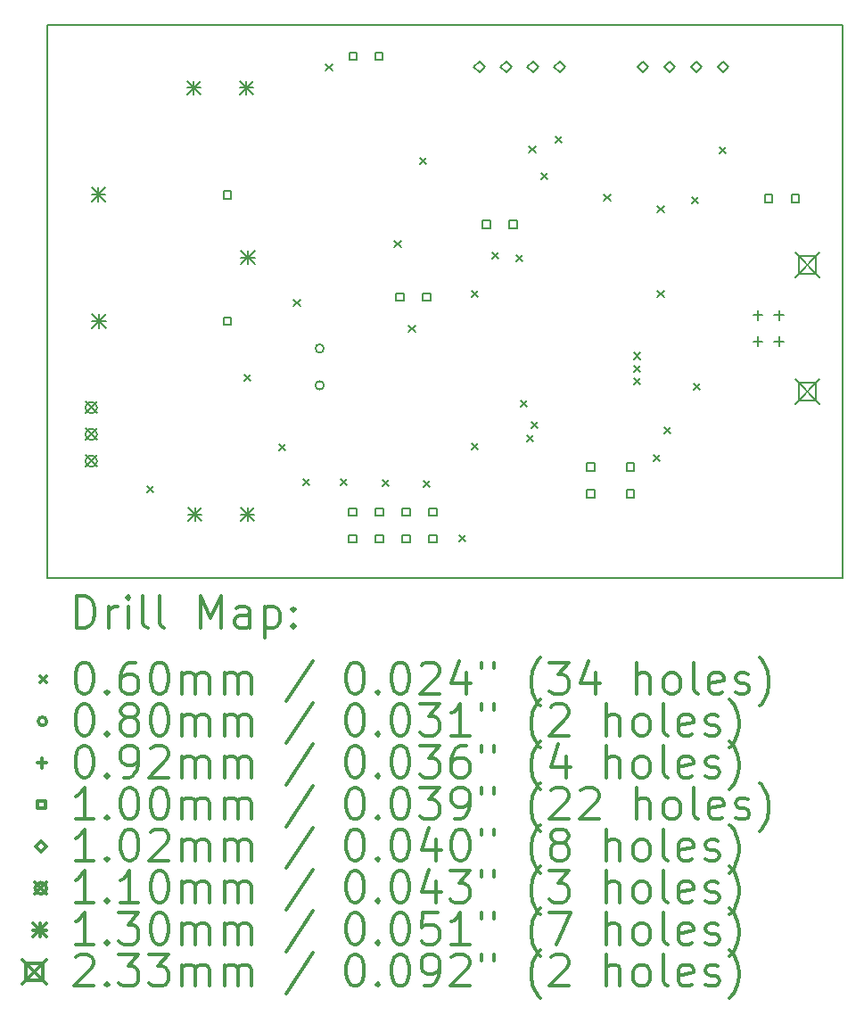
<source format=gbr>
%FSLAX45Y45*%
G04 Gerber Fmt 4.5, Leading zero omitted, Abs format (unit mm)*
G04 Created by KiCad (PCBNEW 5.1.6) date 2020-10-24 20:22:54*
%MOMM*%
%LPD*%
G01*
G04 APERTURE LIST*
%TA.AperFunction,Profile*%
%ADD10C,0.150000*%
%TD*%
%ADD11C,0.200000*%
%ADD12C,0.300000*%
G04 APERTURE END LIST*
D10*
X3800000Y-10450000D02*
X3800000Y-5200000D01*
X11350000Y-10450000D02*
X3800000Y-10450000D01*
X11350000Y-5200000D02*
X11350000Y-10450000D01*
X3800000Y-5200000D02*
X11350000Y-5200000D01*
D11*
X4747900Y-9583250D02*
X4807900Y-9643250D01*
X4807900Y-9583250D02*
X4747900Y-9643250D01*
X5668650Y-8522800D02*
X5728650Y-8582800D01*
X5728650Y-8522800D02*
X5668650Y-8582800D01*
X5998850Y-9183200D02*
X6058850Y-9243200D01*
X6058850Y-9183200D02*
X5998850Y-9243200D01*
X6138550Y-7811600D02*
X6198550Y-7871600D01*
X6198550Y-7811600D02*
X6138550Y-7871600D01*
X6227450Y-9513400D02*
X6287450Y-9573400D01*
X6287450Y-9513400D02*
X6227450Y-9573400D01*
X6443350Y-5576400D02*
X6503350Y-5636400D01*
X6503350Y-5576400D02*
X6443350Y-5636400D01*
X6583050Y-9513400D02*
X6643050Y-9573400D01*
X6643050Y-9513400D02*
X6583050Y-9573400D01*
X6983100Y-9519750D02*
X7043100Y-9579750D01*
X7043100Y-9519750D02*
X6983100Y-9579750D01*
X7094912Y-7250312D02*
X7154912Y-7310312D01*
X7154912Y-7250312D02*
X7094912Y-7310312D01*
X7230750Y-8052900D02*
X7290750Y-8112900D01*
X7290750Y-8052900D02*
X7230750Y-8112900D01*
X7338700Y-6465400D02*
X7398700Y-6525400D01*
X7398700Y-6465400D02*
X7338700Y-6525400D01*
X7370450Y-9526100D02*
X7430450Y-9586100D01*
X7430450Y-9526100D02*
X7370450Y-9586100D01*
X7707000Y-10046800D02*
X7767000Y-10106800D01*
X7767000Y-10046800D02*
X7707000Y-10106800D01*
X7827650Y-7722700D02*
X7887650Y-7782700D01*
X7887650Y-7722700D02*
X7827650Y-7782700D01*
X7827650Y-9176850D02*
X7887650Y-9236850D01*
X7887650Y-9176850D02*
X7827650Y-9236850D01*
X8024500Y-7360750D02*
X8084500Y-7420750D01*
X8084500Y-7360750D02*
X8024500Y-7420750D01*
X8253100Y-7386150D02*
X8313100Y-7446150D01*
X8313100Y-7386150D02*
X8253100Y-7446150D01*
X8291200Y-8770450D02*
X8351200Y-8830450D01*
X8351200Y-8770450D02*
X8291200Y-8830450D01*
X8354700Y-9100650D02*
X8414700Y-9160650D01*
X8414700Y-9100650D02*
X8354700Y-9160650D01*
X8373750Y-6357450D02*
X8433750Y-6417450D01*
X8433750Y-6357450D02*
X8373750Y-6417450D01*
X8392800Y-8973650D02*
X8452800Y-9033650D01*
X8452800Y-8973650D02*
X8392800Y-9033650D01*
X8488050Y-6605100D02*
X8548050Y-6665100D01*
X8548050Y-6605100D02*
X8488050Y-6665100D01*
X8621400Y-6262200D02*
X8681400Y-6322200D01*
X8681400Y-6262200D02*
X8621400Y-6322200D01*
X9084950Y-6814650D02*
X9144950Y-6874650D01*
X9144950Y-6814650D02*
X9084950Y-6874650D01*
X9370700Y-8314549D02*
X9430700Y-8374549D01*
X9430700Y-8314549D02*
X9370700Y-8374549D01*
X9370700Y-8434550D02*
X9430700Y-8494550D01*
X9430700Y-8434550D02*
X9370700Y-8494550D01*
X9370700Y-8554550D02*
X9430700Y-8614550D01*
X9430700Y-8554550D02*
X9370700Y-8614550D01*
X9554850Y-9284800D02*
X9614850Y-9344800D01*
X9614850Y-9284800D02*
X9554850Y-9344800D01*
X9592950Y-6922600D02*
X9652950Y-6982600D01*
X9652950Y-6922600D02*
X9592950Y-6982600D01*
X9592950Y-7722700D02*
X9652950Y-7782700D01*
X9652950Y-7722700D02*
X9592950Y-7782700D01*
X9656450Y-9018100D02*
X9716450Y-9078100D01*
X9716450Y-9018100D02*
X9656450Y-9078100D01*
X9916800Y-6840050D02*
X9976800Y-6900050D01*
X9976800Y-6840050D02*
X9916800Y-6900050D01*
X9935850Y-8605350D02*
X9995850Y-8665350D01*
X9995850Y-8605350D02*
X9935850Y-8665350D01*
X10183500Y-6363800D02*
X10243500Y-6423800D01*
X10243500Y-6363800D02*
X10183500Y-6423800D01*
X6424450Y-8273400D02*
G75*
G03*
X6424450Y-8273400I-40000J0D01*
G01*
X6424450Y-8623400D02*
G75*
G03*
X6424450Y-8623400I-40000J0D01*
G01*
X10546300Y-7910300D02*
X10546300Y-8002300D01*
X10500300Y-7956300D02*
X10592300Y-7956300D01*
X10546300Y-8160300D02*
X10546300Y-8252300D01*
X10500300Y-8206300D02*
X10592300Y-8206300D01*
X10746300Y-7910300D02*
X10746300Y-8002300D01*
X10700300Y-7956300D02*
X10792300Y-7956300D01*
X10746300Y-8160300D02*
X10746300Y-8252300D01*
X10700300Y-8206300D02*
X10792300Y-8206300D01*
X5542876Y-6851128D02*
X5542876Y-6780416D01*
X5472164Y-6780416D01*
X5472164Y-6851128D01*
X5542876Y-6851128D01*
X5542876Y-8051128D02*
X5542876Y-7980416D01*
X5472164Y-7980416D01*
X5472164Y-8051128D01*
X5542876Y-8051128D01*
X10685356Y-6885356D02*
X10685356Y-6814644D01*
X10614644Y-6814644D01*
X10614644Y-6885356D01*
X10685356Y-6885356D01*
X10935356Y-6885356D02*
X10935356Y-6814644D01*
X10864644Y-6814644D01*
X10864644Y-6885356D01*
X10935356Y-6885356D01*
X8994156Y-9435456D02*
X8994156Y-9364744D01*
X8923444Y-9364744D01*
X8923444Y-9435456D01*
X8994156Y-9435456D01*
X8994156Y-9689456D02*
X8994156Y-9618744D01*
X8923444Y-9618744D01*
X8923444Y-9689456D01*
X8994156Y-9689456D01*
X7181356Y-7822556D02*
X7181356Y-7751844D01*
X7110644Y-7751844D01*
X7110644Y-7822556D01*
X7181356Y-7822556D01*
X7435356Y-7822556D02*
X7435356Y-7751844D01*
X7364644Y-7751844D01*
X7364644Y-7822556D01*
X7435356Y-7822556D01*
X6733556Y-9860906D02*
X6733556Y-9790194D01*
X6662844Y-9790194D01*
X6662844Y-9860906D01*
X6733556Y-9860906D01*
X6733556Y-10114906D02*
X6733556Y-10044194D01*
X6662844Y-10044194D01*
X6662844Y-10114906D01*
X6733556Y-10114906D01*
X6987556Y-9860906D02*
X6987556Y-9790194D01*
X6916844Y-9790194D01*
X6916844Y-9860906D01*
X6987556Y-9860906D01*
X6987556Y-10114906D02*
X6987556Y-10044194D01*
X6916844Y-10044194D01*
X6916844Y-10114906D01*
X6987556Y-10114906D01*
X7241556Y-9860906D02*
X7241556Y-9790194D01*
X7170844Y-9790194D01*
X7170844Y-9860906D01*
X7241556Y-9860906D01*
X7241556Y-10114906D02*
X7241556Y-10044194D01*
X7170844Y-10044194D01*
X7170844Y-10114906D01*
X7241556Y-10114906D01*
X7495556Y-9860906D02*
X7495556Y-9790194D01*
X7424844Y-9790194D01*
X7424844Y-9860906D01*
X7495556Y-9860906D01*
X7495556Y-10114906D02*
X7495556Y-10044194D01*
X7424844Y-10044194D01*
X7424844Y-10114906D01*
X7495556Y-10114906D01*
X8003556Y-7130406D02*
X8003556Y-7059694D01*
X7932844Y-7059694D01*
X7932844Y-7130406D01*
X8003556Y-7130406D01*
X8257556Y-7130406D02*
X8257556Y-7059694D01*
X8186844Y-7059694D01*
X8186844Y-7130406D01*
X8257556Y-7130406D01*
X6735356Y-5535356D02*
X6735356Y-5464644D01*
X6664644Y-5464644D01*
X6664644Y-5535356D01*
X6735356Y-5535356D01*
X6985356Y-5535356D02*
X6985356Y-5464644D01*
X6914644Y-5464644D01*
X6914644Y-5535356D01*
X6985356Y-5535356D01*
X9368806Y-9435456D02*
X9368806Y-9364744D01*
X9298094Y-9364744D01*
X9298094Y-9435456D01*
X9368806Y-9435456D01*
X9368806Y-9689456D02*
X9368806Y-9618744D01*
X9298094Y-9618744D01*
X9298094Y-9689456D01*
X9368806Y-9689456D01*
X7900000Y-5651000D02*
X7951000Y-5600000D01*
X7900000Y-5549000D01*
X7849000Y-5600000D01*
X7900000Y-5651000D01*
X8154000Y-5651000D02*
X8205000Y-5600000D01*
X8154000Y-5549000D01*
X8103000Y-5600000D01*
X8154000Y-5651000D01*
X8408000Y-5651000D02*
X8459000Y-5600000D01*
X8408000Y-5549000D01*
X8357000Y-5600000D01*
X8408000Y-5651000D01*
X8662000Y-5651000D02*
X8713000Y-5600000D01*
X8662000Y-5549000D01*
X8611000Y-5600000D01*
X8662000Y-5651000D01*
X9450000Y-5651000D02*
X9501000Y-5600000D01*
X9450000Y-5549000D01*
X9399000Y-5600000D01*
X9450000Y-5651000D01*
X9704000Y-5651000D02*
X9755000Y-5600000D01*
X9704000Y-5549000D01*
X9653000Y-5600000D01*
X9704000Y-5651000D01*
X9958000Y-5651000D02*
X10009000Y-5600000D01*
X9958000Y-5549000D01*
X9907000Y-5600000D01*
X9958000Y-5651000D01*
X10212000Y-5651000D02*
X10263000Y-5600000D01*
X10212000Y-5549000D01*
X10161000Y-5600000D01*
X10212000Y-5651000D01*
X4160350Y-8779950D02*
X4270350Y-8889950D01*
X4270350Y-8779950D02*
X4160350Y-8889950D01*
X4270350Y-8834950D02*
G75*
G03*
X4270350Y-8834950I-55000J0D01*
G01*
X4160350Y-9033950D02*
X4270350Y-9143950D01*
X4270350Y-9033950D02*
X4160350Y-9143950D01*
X4270350Y-9088950D02*
G75*
G03*
X4270350Y-9088950I-55000J0D01*
G01*
X4160350Y-9287950D02*
X4270350Y-9397950D01*
X4270350Y-9287950D02*
X4160350Y-9397950D01*
X4270350Y-9342950D02*
G75*
G03*
X4270350Y-9342950I-55000J0D01*
G01*
X5123550Y-5735000D02*
X5253550Y-5865000D01*
X5253550Y-5735000D02*
X5123550Y-5865000D01*
X5188550Y-5735000D02*
X5188550Y-5865000D01*
X5123550Y-5800000D02*
X5253550Y-5800000D01*
X5623550Y-5735000D02*
X5753550Y-5865000D01*
X5753550Y-5735000D02*
X5623550Y-5865000D01*
X5688550Y-5735000D02*
X5688550Y-5865000D01*
X5623550Y-5800000D02*
X5753550Y-5800000D01*
X5135000Y-9785000D02*
X5265000Y-9915000D01*
X5265000Y-9785000D02*
X5135000Y-9915000D01*
X5200000Y-9785000D02*
X5200000Y-9915000D01*
X5135000Y-9850000D02*
X5265000Y-9850000D01*
X5635000Y-9785000D02*
X5765000Y-9915000D01*
X5765000Y-9785000D02*
X5635000Y-9915000D01*
X5700000Y-9785000D02*
X5700000Y-9915000D01*
X5635000Y-9850000D02*
X5765000Y-9850000D01*
X4217520Y-6745772D02*
X4347520Y-6875772D01*
X4347520Y-6745772D02*
X4217520Y-6875772D01*
X4282520Y-6745772D02*
X4282520Y-6875772D01*
X4217520Y-6810772D02*
X4347520Y-6810772D01*
X4222520Y-7950772D02*
X4352520Y-8080772D01*
X4352520Y-7950772D02*
X4222520Y-8080772D01*
X4287520Y-7950772D02*
X4287520Y-8080772D01*
X4222520Y-8015772D02*
X4352520Y-8015772D01*
X5637520Y-7345772D02*
X5767520Y-7475772D01*
X5767520Y-7345772D02*
X5637520Y-7475772D01*
X5702520Y-7345772D02*
X5702520Y-7475772D01*
X5637520Y-7410772D02*
X5767520Y-7410772D01*
X10900800Y-7362800D02*
X11133800Y-7595800D01*
X11133800Y-7362800D02*
X10900800Y-7595800D01*
X11099679Y-7561679D02*
X11099679Y-7396921D01*
X10934921Y-7396921D01*
X10934921Y-7561679D01*
X11099679Y-7561679D01*
X10900800Y-8566800D02*
X11133800Y-8799800D01*
X11133800Y-8566800D02*
X10900800Y-8799800D01*
X11099679Y-8765679D02*
X11099679Y-8600921D01*
X10934921Y-8600921D01*
X10934921Y-8765679D01*
X11099679Y-8765679D01*
D12*
X4078928Y-10923214D02*
X4078928Y-10623214D01*
X4150357Y-10623214D01*
X4193214Y-10637500D01*
X4221786Y-10666072D01*
X4236071Y-10694643D01*
X4250357Y-10751786D01*
X4250357Y-10794643D01*
X4236071Y-10851786D01*
X4221786Y-10880357D01*
X4193214Y-10908929D01*
X4150357Y-10923214D01*
X4078928Y-10923214D01*
X4378928Y-10923214D02*
X4378928Y-10723214D01*
X4378928Y-10780357D02*
X4393214Y-10751786D01*
X4407500Y-10737500D01*
X4436071Y-10723214D01*
X4464643Y-10723214D01*
X4564643Y-10923214D02*
X4564643Y-10723214D01*
X4564643Y-10623214D02*
X4550357Y-10637500D01*
X4564643Y-10651786D01*
X4578928Y-10637500D01*
X4564643Y-10623214D01*
X4564643Y-10651786D01*
X4750357Y-10923214D02*
X4721786Y-10908929D01*
X4707500Y-10880357D01*
X4707500Y-10623214D01*
X4907500Y-10923214D02*
X4878928Y-10908929D01*
X4864643Y-10880357D01*
X4864643Y-10623214D01*
X5250357Y-10923214D02*
X5250357Y-10623214D01*
X5350357Y-10837500D01*
X5450357Y-10623214D01*
X5450357Y-10923214D01*
X5721786Y-10923214D02*
X5721786Y-10766072D01*
X5707500Y-10737500D01*
X5678928Y-10723214D01*
X5621786Y-10723214D01*
X5593214Y-10737500D01*
X5721786Y-10908929D02*
X5693214Y-10923214D01*
X5621786Y-10923214D01*
X5593214Y-10908929D01*
X5578928Y-10880357D01*
X5578928Y-10851786D01*
X5593214Y-10823214D01*
X5621786Y-10808929D01*
X5693214Y-10808929D01*
X5721786Y-10794643D01*
X5864643Y-10723214D02*
X5864643Y-11023214D01*
X5864643Y-10737500D02*
X5893214Y-10723214D01*
X5950357Y-10723214D01*
X5978928Y-10737500D01*
X5993214Y-10751786D01*
X6007500Y-10780357D01*
X6007500Y-10866072D01*
X5993214Y-10894643D01*
X5978928Y-10908929D01*
X5950357Y-10923214D01*
X5893214Y-10923214D01*
X5864643Y-10908929D01*
X6136071Y-10894643D02*
X6150357Y-10908929D01*
X6136071Y-10923214D01*
X6121786Y-10908929D01*
X6136071Y-10894643D01*
X6136071Y-10923214D01*
X6136071Y-10737500D02*
X6150357Y-10751786D01*
X6136071Y-10766072D01*
X6121786Y-10751786D01*
X6136071Y-10737500D01*
X6136071Y-10766072D01*
X3732500Y-11387500D02*
X3792500Y-11447500D01*
X3792500Y-11387500D02*
X3732500Y-11447500D01*
X4136071Y-11253214D02*
X4164643Y-11253214D01*
X4193214Y-11267500D01*
X4207500Y-11281786D01*
X4221786Y-11310357D01*
X4236071Y-11367500D01*
X4236071Y-11438929D01*
X4221786Y-11496071D01*
X4207500Y-11524643D01*
X4193214Y-11538929D01*
X4164643Y-11553214D01*
X4136071Y-11553214D01*
X4107500Y-11538929D01*
X4093214Y-11524643D01*
X4078928Y-11496071D01*
X4064643Y-11438929D01*
X4064643Y-11367500D01*
X4078928Y-11310357D01*
X4093214Y-11281786D01*
X4107500Y-11267500D01*
X4136071Y-11253214D01*
X4364643Y-11524643D02*
X4378928Y-11538929D01*
X4364643Y-11553214D01*
X4350357Y-11538929D01*
X4364643Y-11524643D01*
X4364643Y-11553214D01*
X4636071Y-11253214D02*
X4578928Y-11253214D01*
X4550357Y-11267500D01*
X4536071Y-11281786D01*
X4507500Y-11324643D01*
X4493214Y-11381786D01*
X4493214Y-11496071D01*
X4507500Y-11524643D01*
X4521786Y-11538929D01*
X4550357Y-11553214D01*
X4607500Y-11553214D01*
X4636071Y-11538929D01*
X4650357Y-11524643D01*
X4664643Y-11496071D01*
X4664643Y-11424643D01*
X4650357Y-11396071D01*
X4636071Y-11381786D01*
X4607500Y-11367500D01*
X4550357Y-11367500D01*
X4521786Y-11381786D01*
X4507500Y-11396071D01*
X4493214Y-11424643D01*
X4850357Y-11253214D02*
X4878928Y-11253214D01*
X4907500Y-11267500D01*
X4921786Y-11281786D01*
X4936071Y-11310357D01*
X4950357Y-11367500D01*
X4950357Y-11438929D01*
X4936071Y-11496071D01*
X4921786Y-11524643D01*
X4907500Y-11538929D01*
X4878928Y-11553214D01*
X4850357Y-11553214D01*
X4821786Y-11538929D01*
X4807500Y-11524643D01*
X4793214Y-11496071D01*
X4778928Y-11438929D01*
X4778928Y-11367500D01*
X4793214Y-11310357D01*
X4807500Y-11281786D01*
X4821786Y-11267500D01*
X4850357Y-11253214D01*
X5078928Y-11553214D02*
X5078928Y-11353214D01*
X5078928Y-11381786D02*
X5093214Y-11367500D01*
X5121786Y-11353214D01*
X5164643Y-11353214D01*
X5193214Y-11367500D01*
X5207500Y-11396071D01*
X5207500Y-11553214D01*
X5207500Y-11396071D02*
X5221786Y-11367500D01*
X5250357Y-11353214D01*
X5293214Y-11353214D01*
X5321786Y-11367500D01*
X5336071Y-11396071D01*
X5336071Y-11553214D01*
X5478928Y-11553214D02*
X5478928Y-11353214D01*
X5478928Y-11381786D02*
X5493214Y-11367500D01*
X5521786Y-11353214D01*
X5564643Y-11353214D01*
X5593214Y-11367500D01*
X5607500Y-11396071D01*
X5607500Y-11553214D01*
X5607500Y-11396071D02*
X5621786Y-11367500D01*
X5650357Y-11353214D01*
X5693214Y-11353214D01*
X5721786Y-11367500D01*
X5736071Y-11396071D01*
X5736071Y-11553214D01*
X6321786Y-11238929D02*
X6064643Y-11624643D01*
X6707500Y-11253214D02*
X6736071Y-11253214D01*
X6764643Y-11267500D01*
X6778928Y-11281786D01*
X6793214Y-11310357D01*
X6807500Y-11367500D01*
X6807500Y-11438929D01*
X6793214Y-11496071D01*
X6778928Y-11524643D01*
X6764643Y-11538929D01*
X6736071Y-11553214D01*
X6707500Y-11553214D01*
X6678928Y-11538929D01*
X6664643Y-11524643D01*
X6650357Y-11496071D01*
X6636071Y-11438929D01*
X6636071Y-11367500D01*
X6650357Y-11310357D01*
X6664643Y-11281786D01*
X6678928Y-11267500D01*
X6707500Y-11253214D01*
X6936071Y-11524643D02*
X6950357Y-11538929D01*
X6936071Y-11553214D01*
X6921786Y-11538929D01*
X6936071Y-11524643D01*
X6936071Y-11553214D01*
X7136071Y-11253214D02*
X7164643Y-11253214D01*
X7193214Y-11267500D01*
X7207500Y-11281786D01*
X7221786Y-11310357D01*
X7236071Y-11367500D01*
X7236071Y-11438929D01*
X7221786Y-11496071D01*
X7207500Y-11524643D01*
X7193214Y-11538929D01*
X7164643Y-11553214D01*
X7136071Y-11553214D01*
X7107500Y-11538929D01*
X7093214Y-11524643D01*
X7078928Y-11496071D01*
X7064643Y-11438929D01*
X7064643Y-11367500D01*
X7078928Y-11310357D01*
X7093214Y-11281786D01*
X7107500Y-11267500D01*
X7136071Y-11253214D01*
X7350357Y-11281786D02*
X7364643Y-11267500D01*
X7393214Y-11253214D01*
X7464643Y-11253214D01*
X7493214Y-11267500D01*
X7507500Y-11281786D01*
X7521786Y-11310357D01*
X7521786Y-11338929D01*
X7507500Y-11381786D01*
X7336071Y-11553214D01*
X7521786Y-11553214D01*
X7778928Y-11353214D02*
X7778928Y-11553214D01*
X7707500Y-11238929D02*
X7636071Y-11453214D01*
X7821786Y-11453214D01*
X7921786Y-11253214D02*
X7921786Y-11310357D01*
X8036071Y-11253214D02*
X8036071Y-11310357D01*
X8478928Y-11667500D02*
X8464643Y-11653214D01*
X8436071Y-11610357D01*
X8421786Y-11581786D01*
X8407500Y-11538929D01*
X8393214Y-11467500D01*
X8393214Y-11410357D01*
X8407500Y-11338929D01*
X8421786Y-11296071D01*
X8436071Y-11267500D01*
X8464643Y-11224643D01*
X8478928Y-11210357D01*
X8564643Y-11253214D02*
X8750357Y-11253214D01*
X8650357Y-11367500D01*
X8693214Y-11367500D01*
X8721786Y-11381786D01*
X8736071Y-11396071D01*
X8750357Y-11424643D01*
X8750357Y-11496071D01*
X8736071Y-11524643D01*
X8721786Y-11538929D01*
X8693214Y-11553214D01*
X8607500Y-11553214D01*
X8578928Y-11538929D01*
X8564643Y-11524643D01*
X9007500Y-11353214D02*
X9007500Y-11553214D01*
X8936071Y-11238929D02*
X8864643Y-11453214D01*
X9050357Y-11453214D01*
X9393214Y-11553214D02*
X9393214Y-11253214D01*
X9521786Y-11553214D02*
X9521786Y-11396071D01*
X9507500Y-11367500D01*
X9478928Y-11353214D01*
X9436071Y-11353214D01*
X9407500Y-11367500D01*
X9393214Y-11381786D01*
X9707500Y-11553214D02*
X9678928Y-11538929D01*
X9664643Y-11524643D01*
X9650357Y-11496071D01*
X9650357Y-11410357D01*
X9664643Y-11381786D01*
X9678928Y-11367500D01*
X9707500Y-11353214D01*
X9750357Y-11353214D01*
X9778928Y-11367500D01*
X9793214Y-11381786D01*
X9807500Y-11410357D01*
X9807500Y-11496071D01*
X9793214Y-11524643D01*
X9778928Y-11538929D01*
X9750357Y-11553214D01*
X9707500Y-11553214D01*
X9978928Y-11553214D02*
X9950357Y-11538929D01*
X9936071Y-11510357D01*
X9936071Y-11253214D01*
X10207500Y-11538929D02*
X10178928Y-11553214D01*
X10121786Y-11553214D01*
X10093214Y-11538929D01*
X10078928Y-11510357D01*
X10078928Y-11396071D01*
X10093214Y-11367500D01*
X10121786Y-11353214D01*
X10178928Y-11353214D01*
X10207500Y-11367500D01*
X10221786Y-11396071D01*
X10221786Y-11424643D01*
X10078928Y-11453214D01*
X10336071Y-11538929D02*
X10364643Y-11553214D01*
X10421786Y-11553214D01*
X10450357Y-11538929D01*
X10464643Y-11510357D01*
X10464643Y-11496071D01*
X10450357Y-11467500D01*
X10421786Y-11453214D01*
X10378928Y-11453214D01*
X10350357Y-11438929D01*
X10336071Y-11410357D01*
X10336071Y-11396071D01*
X10350357Y-11367500D01*
X10378928Y-11353214D01*
X10421786Y-11353214D01*
X10450357Y-11367500D01*
X10564643Y-11667500D02*
X10578928Y-11653214D01*
X10607500Y-11610357D01*
X10621786Y-11581786D01*
X10636071Y-11538929D01*
X10650357Y-11467500D01*
X10650357Y-11410357D01*
X10636071Y-11338929D01*
X10621786Y-11296071D01*
X10607500Y-11267500D01*
X10578928Y-11224643D01*
X10564643Y-11210357D01*
X3792500Y-11813500D02*
G75*
G03*
X3792500Y-11813500I-40000J0D01*
G01*
X4136071Y-11649214D02*
X4164643Y-11649214D01*
X4193214Y-11663500D01*
X4207500Y-11677786D01*
X4221786Y-11706357D01*
X4236071Y-11763500D01*
X4236071Y-11834929D01*
X4221786Y-11892071D01*
X4207500Y-11920643D01*
X4193214Y-11934929D01*
X4164643Y-11949214D01*
X4136071Y-11949214D01*
X4107500Y-11934929D01*
X4093214Y-11920643D01*
X4078928Y-11892071D01*
X4064643Y-11834929D01*
X4064643Y-11763500D01*
X4078928Y-11706357D01*
X4093214Y-11677786D01*
X4107500Y-11663500D01*
X4136071Y-11649214D01*
X4364643Y-11920643D02*
X4378928Y-11934929D01*
X4364643Y-11949214D01*
X4350357Y-11934929D01*
X4364643Y-11920643D01*
X4364643Y-11949214D01*
X4550357Y-11777786D02*
X4521786Y-11763500D01*
X4507500Y-11749214D01*
X4493214Y-11720643D01*
X4493214Y-11706357D01*
X4507500Y-11677786D01*
X4521786Y-11663500D01*
X4550357Y-11649214D01*
X4607500Y-11649214D01*
X4636071Y-11663500D01*
X4650357Y-11677786D01*
X4664643Y-11706357D01*
X4664643Y-11720643D01*
X4650357Y-11749214D01*
X4636071Y-11763500D01*
X4607500Y-11777786D01*
X4550357Y-11777786D01*
X4521786Y-11792071D01*
X4507500Y-11806357D01*
X4493214Y-11834929D01*
X4493214Y-11892071D01*
X4507500Y-11920643D01*
X4521786Y-11934929D01*
X4550357Y-11949214D01*
X4607500Y-11949214D01*
X4636071Y-11934929D01*
X4650357Y-11920643D01*
X4664643Y-11892071D01*
X4664643Y-11834929D01*
X4650357Y-11806357D01*
X4636071Y-11792071D01*
X4607500Y-11777786D01*
X4850357Y-11649214D02*
X4878928Y-11649214D01*
X4907500Y-11663500D01*
X4921786Y-11677786D01*
X4936071Y-11706357D01*
X4950357Y-11763500D01*
X4950357Y-11834929D01*
X4936071Y-11892071D01*
X4921786Y-11920643D01*
X4907500Y-11934929D01*
X4878928Y-11949214D01*
X4850357Y-11949214D01*
X4821786Y-11934929D01*
X4807500Y-11920643D01*
X4793214Y-11892071D01*
X4778928Y-11834929D01*
X4778928Y-11763500D01*
X4793214Y-11706357D01*
X4807500Y-11677786D01*
X4821786Y-11663500D01*
X4850357Y-11649214D01*
X5078928Y-11949214D02*
X5078928Y-11749214D01*
X5078928Y-11777786D02*
X5093214Y-11763500D01*
X5121786Y-11749214D01*
X5164643Y-11749214D01*
X5193214Y-11763500D01*
X5207500Y-11792071D01*
X5207500Y-11949214D01*
X5207500Y-11792071D02*
X5221786Y-11763500D01*
X5250357Y-11749214D01*
X5293214Y-11749214D01*
X5321786Y-11763500D01*
X5336071Y-11792071D01*
X5336071Y-11949214D01*
X5478928Y-11949214D02*
X5478928Y-11749214D01*
X5478928Y-11777786D02*
X5493214Y-11763500D01*
X5521786Y-11749214D01*
X5564643Y-11749214D01*
X5593214Y-11763500D01*
X5607500Y-11792071D01*
X5607500Y-11949214D01*
X5607500Y-11792071D02*
X5621786Y-11763500D01*
X5650357Y-11749214D01*
X5693214Y-11749214D01*
X5721786Y-11763500D01*
X5736071Y-11792071D01*
X5736071Y-11949214D01*
X6321786Y-11634929D02*
X6064643Y-12020643D01*
X6707500Y-11649214D02*
X6736071Y-11649214D01*
X6764643Y-11663500D01*
X6778928Y-11677786D01*
X6793214Y-11706357D01*
X6807500Y-11763500D01*
X6807500Y-11834929D01*
X6793214Y-11892071D01*
X6778928Y-11920643D01*
X6764643Y-11934929D01*
X6736071Y-11949214D01*
X6707500Y-11949214D01*
X6678928Y-11934929D01*
X6664643Y-11920643D01*
X6650357Y-11892071D01*
X6636071Y-11834929D01*
X6636071Y-11763500D01*
X6650357Y-11706357D01*
X6664643Y-11677786D01*
X6678928Y-11663500D01*
X6707500Y-11649214D01*
X6936071Y-11920643D02*
X6950357Y-11934929D01*
X6936071Y-11949214D01*
X6921786Y-11934929D01*
X6936071Y-11920643D01*
X6936071Y-11949214D01*
X7136071Y-11649214D02*
X7164643Y-11649214D01*
X7193214Y-11663500D01*
X7207500Y-11677786D01*
X7221786Y-11706357D01*
X7236071Y-11763500D01*
X7236071Y-11834929D01*
X7221786Y-11892071D01*
X7207500Y-11920643D01*
X7193214Y-11934929D01*
X7164643Y-11949214D01*
X7136071Y-11949214D01*
X7107500Y-11934929D01*
X7093214Y-11920643D01*
X7078928Y-11892071D01*
X7064643Y-11834929D01*
X7064643Y-11763500D01*
X7078928Y-11706357D01*
X7093214Y-11677786D01*
X7107500Y-11663500D01*
X7136071Y-11649214D01*
X7336071Y-11649214D02*
X7521786Y-11649214D01*
X7421786Y-11763500D01*
X7464643Y-11763500D01*
X7493214Y-11777786D01*
X7507500Y-11792071D01*
X7521786Y-11820643D01*
X7521786Y-11892071D01*
X7507500Y-11920643D01*
X7493214Y-11934929D01*
X7464643Y-11949214D01*
X7378928Y-11949214D01*
X7350357Y-11934929D01*
X7336071Y-11920643D01*
X7807500Y-11949214D02*
X7636071Y-11949214D01*
X7721786Y-11949214D02*
X7721786Y-11649214D01*
X7693214Y-11692071D01*
X7664643Y-11720643D01*
X7636071Y-11734929D01*
X7921786Y-11649214D02*
X7921786Y-11706357D01*
X8036071Y-11649214D02*
X8036071Y-11706357D01*
X8478928Y-12063500D02*
X8464643Y-12049214D01*
X8436071Y-12006357D01*
X8421786Y-11977786D01*
X8407500Y-11934929D01*
X8393214Y-11863500D01*
X8393214Y-11806357D01*
X8407500Y-11734929D01*
X8421786Y-11692071D01*
X8436071Y-11663500D01*
X8464643Y-11620643D01*
X8478928Y-11606357D01*
X8578928Y-11677786D02*
X8593214Y-11663500D01*
X8621786Y-11649214D01*
X8693214Y-11649214D01*
X8721786Y-11663500D01*
X8736071Y-11677786D01*
X8750357Y-11706357D01*
X8750357Y-11734929D01*
X8736071Y-11777786D01*
X8564643Y-11949214D01*
X8750357Y-11949214D01*
X9107500Y-11949214D02*
X9107500Y-11649214D01*
X9236071Y-11949214D02*
X9236071Y-11792071D01*
X9221786Y-11763500D01*
X9193214Y-11749214D01*
X9150357Y-11749214D01*
X9121786Y-11763500D01*
X9107500Y-11777786D01*
X9421786Y-11949214D02*
X9393214Y-11934929D01*
X9378928Y-11920643D01*
X9364643Y-11892071D01*
X9364643Y-11806357D01*
X9378928Y-11777786D01*
X9393214Y-11763500D01*
X9421786Y-11749214D01*
X9464643Y-11749214D01*
X9493214Y-11763500D01*
X9507500Y-11777786D01*
X9521786Y-11806357D01*
X9521786Y-11892071D01*
X9507500Y-11920643D01*
X9493214Y-11934929D01*
X9464643Y-11949214D01*
X9421786Y-11949214D01*
X9693214Y-11949214D02*
X9664643Y-11934929D01*
X9650357Y-11906357D01*
X9650357Y-11649214D01*
X9921786Y-11934929D02*
X9893214Y-11949214D01*
X9836071Y-11949214D01*
X9807500Y-11934929D01*
X9793214Y-11906357D01*
X9793214Y-11792071D01*
X9807500Y-11763500D01*
X9836071Y-11749214D01*
X9893214Y-11749214D01*
X9921786Y-11763500D01*
X9936071Y-11792071D01*
X9936071Y-11820643D01*
X9793214Y-11849214D01*
X10050357Y-11934929D02*
X10078928Y-11949214D01*
X10136071Y-11949214D01*
X10164643Y-11934929D01*
X10178928Y-11906357D01*
X10178928Y-11892071D01*
X10164643Y-11863500D01*
X10136071Y-11849214D01*
X10093214Y-11849214D01*
X10064643Y-11834929D01*
X10050357Y-11806357D01*
X10050357Y-11792071D01*
X10064643Y-11763500D01*
X10093214Y-11749214D01*
X10136071Y-11749214D01*
X10164643Y-11763500D01*
X10278928Y-12063500D02*
X10293214Y-12049214D01*
X10321786Y-12006357D01*
X10336071Y-11977786D01*
X10350357Y-11934929D01*
X10364643Y-11863500D01*
X10364643Y-11806357D01*
X10350357Y-11734929D01*
X10336071Y-11692071D01*
X10321786Y-11663500D01*
X10293214Y-11620643D01*
X10278928Y-11606357D01*
X3746500Y-12163500D02*
X3746500Y-12255500D01*
X3700500Y-12209500D02*
X3792500Y-12209500D01*
X4136071Y-12045214D02*
X4164643Y-12045214D01*
X4193214Y-12059500D01*
X4207500Y-12073786D01*
X4221786Y-12102357D01*
X4236071Y-12159500D01*
X4236071Y-12230929D01*
X4221786Y-12288071D01*
X4207500Y-12316643D01*
X4193214Y-12330929D01*
X4164643Y-12345214D01*
X4136071Y-12345214D01*
X4107500Y-12330929D01*
X4093214Y-12316643D01*
X4078928Y-12288071D01*
X4064643Y-12230929D01*
X4064643Y-12159500D01*
X4078928Y-12102357D01*
X4093214Y-12073786D01*
X4107500Y-12059500D01*
X4136071Y-12045214D01*
X4364643Y-12316643D02*
X4378928Y-12330929D01*
X4364643Y-12345214D01*
X4350357Y-12330929D01*
X4364643Y-12316643D01*
X4364643Y-12345214D01*
X4521786Y-12345214D02*
X4578928Y-12345214D01*
X4607500Y-12330929D01*
X4621786Y-12316643D01*
X4650357Y-12273786D01*
X4664643Y-12216643D01*
X4664643Y-12102357D01*
X4650357Y-12073786D01*
X4636071Y-12059500D01*
X4607500Y-12045214D01*
X4550357Y-12045214D01*
X4521786Y-12059500D01*
X4507500Y-12073786D01*
X4493214Y-12102357D01*
X4493214Y-12173786D01*
X4507500Y-12202357D01*
X4521786Y-12216643D01*
X4550357Y-12230929D01*
X4607500Y-12230929D01*
X4636071Y-12216643D01*
X4650357Y-12202357D01*
X4664643Y-12173786D01*
X4778928Y-12073786D02*
X4793214Y-12059500D01*
X4821786Y-12045214D01*
X4893214Y-12045214D01*
X4921786Y-12059500D01*
X4936071Y-12073786D01*
X4950357Y-12102357D01*
X4950357Y-12130929D01*
X4936071Y-12173786D01*
X4764643Y-12345214D01*
X4950357Y-12345214D01*
X5078928Y-12345214D02*
X5078928Y-12145214D01*
X5078928Y-12173786D02*
X5093214Y-12159500D01*
X5121786Y-12145214D01*
X5164643Y-12145214D01*
X5193214Y-12159500D01*
X5207500Y-12188071D01*
X5207500Y-12345214D01*
X5207500Y-12188071D02*
X5221786Y-12159500D01*
X5250357Y-12145214D01*
X5293214Y-12145214D01*
X5321786Y-12159500D01*
X5336071Y-12188071D01*
X5336071Y-12345214D01*
X5478928Y-12345214D02*
X5478928Y-12145214D01*
X5478928Y-12173786D02*
X5493214Y-12159500D01*
X5521786Y-12145214D01*
X5564643Y-12145214D01*
X5593214Y-12159500D01*
X5607500Y-12188071D01*
X5607500Y-12345214D01*
X5607500Y-12188071D02*
X5621786Y-12159500D01*
X5650357Y-12145214D01*
X5693214Y-12145214D01*
X5721786Y-12159500D01*
X5736071Y-12188071D01*
X5736071Y-12345214D01*
X6321786Y-12030929D02*
X6064643Y-12416643D01*
X6707500Y-12045214D02*
X6736071Y-12045214D01*
X6764643Y-12059500D01*
X6778928Y-12073786D01*
X6793214Y-12102357D01*
X6807500Y-12159500D01*
X6807500Y-12230929D01*
X6793214Y-12288071D01*
X6778928Y-12316643D01*
X6764643Y-12330929D01*
X6736071Y-12345214D01*
X6707500Y-12345214D01*
X6678928Y-12330929D01*
X6664643Y-12316643D01*
X6650357Y-12288071D01*
X6636071Y-12230929D01*
X6636071Y-12159500D01*
X6650357Y-12102357D01*
X6664643Y-12073786D01*
X6678928Y-12059500D01*
X6707500Y-12045214D01*
X6936071Y-12316643D02*
X6950357Y-12330929D01*
X6936071Y-12345214D01*
X6921786Y-12330929D01*
X6936071Y-12316643D01*
X6936071Y-12345214D01*
X7136071Y-12045214D02*
X7164643Y-12045214D01*
X7193214Y-12059500D01*
X7207500Y-12073786D01*
X7221786Y-12102357D01*
X7236071Y-12159500D01*
X7236071Y-12230929D01*
X7221786Y-12288071D01*
X7207500Y-12316643D01*
X7193214Y-12330929D01*
X7164643Y-12345214D01*
X7136071Y-12345214D01*
X7107500Y-12330929D01*
X7093214Y-12316643D01*
X7078928Y-12288071D01*
X7064643Y-12230929D01*
X7064643Y-12159500D01*
X7078928Y-12102357D01*
X7093214Y-12073786D01*
X7107500Y-12059500D01*
X7136071Y-12045214D01*
X7336071Y-12045214D02*
X7521786Y-12045214D01*
X7421786Y-12159500D01*
X7464643Y-12159500D01*
X7493214Y-12173786D01*
X7507500Y-12188071D01*
X7521786Y-12216643D01*
X7521786Y-12288071D01*
X7507500Y-12316643D01*
X7493214Y-12330929D01*
X7464643Y-12345214D01*
X7378928Y-12345214D01*
X7350357Y-12330929D01*
X7336071Y-12316643D01*
X7778928Y-12045214D02*
X7721786Y-12045214D01*
X7693214Y-12059500D01*
X7678928Y-12073786D01*
X7650357Y-12116643D01*
X7636071Y-12173786D01*
X7636071Y-12288071D01*
X7650357Y-12316643D01*
X7664643Y-12330929D01*
X7693214Y-12345214D01*
X7750357Y-12345214D01*
X7778928Y-12330929D01*
X7793214Y-12316643D01*
X7807500Y-12288071D01*
X7807500Y-12216643D01*
X7793214Y-12188071D01*
X7778928Y-12173786D01*
X7750357Y-12159500D01*
X7693214Y-12159500D01*
X7664643Y-12173786D01*
X7650357Y-12188071D01*
X7636071Y-12216643D01*
X7921786Y-12045214D02*
X7921786Y-12102357D01*
X8036071Y-12045214D02*
X8036071Y-12102357D01*
X8478928Y-12459500D02*
X8464643Y-12445214D01*
X8436071Y-12402357D01*
X8421786Y-12373786D01*
X8407500Y-12330929D01*
X8393214Y-12259500D01*
X8393214Y-12202357D01*
X8407500Y-12130929D01*
X8421786Y-12088071D01*
X8436071Y-12059500D01*
X8464643Y-12016643D01*
X8478928Y-12002357D01*
X8721786Y-12145214D02*
X8721786Y-12345214D01*
X8650357Y-12030929D02*
X8578928Y-12245214D01*
X8764643Y-12245214D01*
X9107500Y-12345214D02*
X9107500Y-12045214D01*
X9236071Y-12345214D02*
X9236071Y-12188071D01*
X9221786Y-12159500D01*
X9193214Y-12145214D01*
X9150357Y-12145214D01*
X9121786Y-12159500D01*
X9107500Y-12173786D01*
X9421786Y-12345214D02*
X9393214Y-12330929D01*
X9378928Y-12316643D01*
X9364643Y-12288071D01*
X9364643Y-12202357D01*
X9378928Y-12173786D01*
X9393214Y-12159500D01*
X9421786Y-12145214D01*
X9464643Y-12145214D01*
X9493214Y-12159500D01*
X9507500Y-12173786D01*
X9521786Y-12202357D01*
X9521786Y-12288071D01*
X9507500Y-12316643D01*
X9493214Y-12330929D01*
X9464643Y-12345214D01*
X9421786Y-12345214D01*
X9693214Y-12345214D02*
X9664643Y-12330929D01*
X9650357Y-12302357D01*
X9650357Y-12045214D01*
X9921786Y-12330929D02*
X9893214Y-12345214D01*
X9836071Y-12345214D01*
X9807500Y-12330929D01*
X9793214Y-12302357D01*
X9793214Y-12188071D01*
X9807500Y-12159500D01*
X9836071Y-12145214D01*
X9893214Y-12145214D01*
X9921786Y-12159500D01*
X9936071Y-12188071D01*
X9936071Y-12216643D01*
X9793214Y-12245214D01*
X10050357Y-12330929D02*
X10078928Y-12345214D01*
X10136071Y-12345214D01*
X10164643Y-12330929D01*
X10178928Y-12302357D01*
X10178928Y-12288071D01*
X10164643Y-12259500D01*
X10136071Y-12245214D01*
X10093214Y-12245214D01*
X10064643Y-12230929D01*
X10050357Y-12202357D01*
X10050357Y-12188071D01*
X10064643Y-12159500D01*
X10093214Y-12145214D01*
X10136071Y-12145214D01*
X10164643Y-12159500D01*
X10278928Y-12459500D02*
X10293214Y-12445214D01*
X10321786Y-12402357D01*
X10336071Y-12373786D01*
X10350357Y-12330929D01*
X10364643Y-12259500D01*
X10364643Y-12202357D01*
X10350357Y-12130929D01*
X10336071Y-12088071D01*
X10321786Y-12059500D01*
X10293214Y-12016643D01*
X10278928Y-12002357D01*
X3777856Y-12640856D02*
X3777856Y-12570144D01*
X3707144Y-12570144D01*
X3707144Y-12640856D01*
X3777856Y-12640856D01*
X4236071Y-12741214D02*
X4064643Y-12741214D01*
X4150357Y-12741214D02*
X4150357Y-12441214D01*
X4121786Y-12484071D01*
X4093214Y-12512643D01*
X4064643Y-12526929D01*
X4364643Y-12712643D02*
X4378928Y-12726929D01*
X4364643Y-12741214D01*
X4350357Y-12726929D01*
X4364643Y-12712643D01*
X4364643Y-12741214D01*
X4564643Y-12441214D02*
X4593214Y-12441214D01*
X4621786Y-12455500D01*
X4636071Y-12469786D01*
X4650357Y-12498357D01*
X4664643Y-12555500D01*
X4664643Y-12626929D01*
X4650357Y-12684071D01*
X4636071Y-12712643D01*
X4621786Y-12726929D01*
X4593214Y-12741214D01*
X4564643Y-12741214D01*
X4536071Y-12726929D01*
X4521786Y-12712643D01*
X4507500Y-12684071D01*
X4493214Y-12626929D01*
X4493214Y-12555500D01*
X4507500Y-12498357D01*
X4521786Y-12469786D01*
X4536071Y-12455500D01*
X4564643Y-12441214D01*
X4850357Y-12441214D02*
X4878928Y-12441214D01*
X4907500Y-12455500D01*
X4921786Y-12469786D01*
X4936071Y-12498357D01*
X4950357Y-12555500D01*
X4950357Y-12626929D01*
X4936071Y-12684071D01*
X4921786Y-12712643D01*
X4907500Y-12726929D01*
X4878928Y-12741214D01*
X4850357Y-12741214D01*
X4821786Y-12726929D01*
X4807500Y-12712643D01*
X4793214Y-12684071D01*
X4778928Y-12626929D01*
X4778928Y-12555500D01*
X4793214Y-12498357D01*
X4807500Y-12469786D01*
X4821786Y-12455500D01*
X4850357Y-12441214D01*
X5078928Y-12741214D02*
X5078928Y-12541214D01*
X5078928Y-12569786D02*
X5093214Y-12555500D01*
X5121786Y-12541214D01*
X5164643Y-12541214D01*
X5193214Y-12555500D01*
X5207500Y-12584071D01*
X5207500Y-12741214D01*
X5207500Y-12584071D02*
X5221786Y-12555500D01*
X5250357Y-12541214D01*
X5293214Y-12541214D01*
X5321786Y-12555500D01*
X5336071Y-12584071D01*
X5336071Y-12741214D01*
X5478928Y-12741214D02*
X5478928Y-12541214D01*
X5478928Y-12569786D02*
X5493214Y-12555500D01*
X5521786Y-12541214D01*
X5564643Y-12541214D01*
X5593214Y-12555500D01*
X5607500Y-12584071D01*
X5607500Y-12741214D01*
X5607500Y-12584071D02*
X5621786Y-12555500D01*
X5650357Y-12541214D01*
X5693214Y-12541214D01*
X5721786Y-12555500D01*
X5736071Y-12584071D01*
X5736071Y-12741214D01*
X6321786Y-12426929D02*
X6064643Y-12812643D01*
X6707500Y-12441214D02*
X6736071Y-12441214D01*
X6764643Y-12455500D01*
X6778928Y-12469786D01*
X6793214Y-12498357D01*
X6807500Y-12555500D01*
X6807500Y-12626929D01*
X6793214Y-12684071D01*
X6778928Y-12712643D01*
X6764643Y-12726929D01*
X6736071Y-12741214D01*
X6707500Y-12741214D01*
X6678928Y-12726929D01*
X6664643Y-12712643D01*
X6650357Y-12684071D01*
X6636071Y-12626929D01*
X6636071Y-12555500D01*
X6650357Y-12498357D01*
X6664643Y-12469786D01*
X6678928Y-12455500D01*
X6707500Y-12441214D01*
X6936071Y-12712643D02*
X6950357Y-12726929D01*
X6936071Y-12741214D01*
X6921786Y-12726929D01*
X6936071Y-12712643D01*
X6936071Y-12741214D01*
X7136071Y-12441214D02*
X7164643Y-12441214D01*
X7193214Y-12455500D01*
X7207500Y-12469786D01*
X7221786Y-12498357D01*
X7236071Y-12555500D01*
X7236071Y-12626929D01*
X7221786Y-12684071D01*
X7207500Y-12712643D01*
X7193214Y-12726929D01*
X7164643Y-12741214D01*
X7136071Y-12741214D01*
X7107500Y-12726929D01*
X7093214Y-12712643D01*
X7078928Y-12684071D01*
X7064643Y-12626929D01*
X7064643Y-12555500D01*
X7078928Y-12498357D01*
X7093214Y-12469786D01*
X7107500Y-12455500D01*
X7136071Y-12441214D01*
X7336071Y-12441214D02*
X7521786Y-12441214D01*
X7421786Y-12555500D01*
X7464643Y-12555500D01*
X7493214Y-12569786D01*
X7507500Y-12584071D01*
X7521786Y-12612643D01*
X7521786Y-12684071D01*
X7507500Y-12712643D01*
X7493214Y-12726929D01*
X7464643Y-12741214D01*
X7378928Y-12741214D01*
X7350357Y-12726929D01*
X7336071Y-12712643D01*
X7664643Y-12741214D02*
X7721786Y-12741214D01*
X7750357Y-12726929D01*
X7764643Y-12712643D01*
X7793214Y-12669786D01*
X7807500Y-12612643D01*
X7807500Y-12498357D01*
X7793214Y-12469786D01*
X7778928Y-12455500D01*
X7750357Y-12441214D01*
X7693214Y-12441214D01*
X7664643Y-12455500D01*
X7650357Y-12469786D01*
X7636071Y-12498357D01*
X7636071Y-12569786D01*
X7650357Y-12598357D01*
X7664643Y-12612643D01*
X7693214Y-12626929D01*
X7750357Y-12626929D01*
X7778928Y-12612643D01*
X7793214Y-12598357D01*
X7807500Y-12569786D01*
X7921786Y-12441214D02*
X7921786Y-12498357D01*
X8036071Y-12441214D02*
X8036071Y-12498357D01*
X8478928Y-12855500D02*
X8464643Y-12841214D01*
X8436071Y-12798357D01*
X8421786Y-12769786D01*
X8407500Y-12726929D01*
X8393214Y-12655500D01*
X8393214Y-12598357D01*
X8407500Y-12526929D01*
X8421786Y-12484071D01*
X8436071Y-12455500D01*
X8464643Y-12412643D01*
X8478928Y-12398357D01*
X8578928Y-12469786D02*
X8593214Y-12455500D01*
X8621786Y-12441214D01*
X8693214Y-12441214D01*
X8721786Y-12455500D01*
X8736071Y-12469786D01*
X8750357Y-12498357D01*
X8750357Y-12526929D01*
X8736071Y-12569786D01*
X8564643Y-12741214D01*
X8750357Y-12741214D01*
X8864643Y-12469786D02*
X8878928Y-12455500D01*
X8907500Y-12441214D01*
X8978928Y-12441214D01*
X9007500Y-12455500D01*
X9021786Y-12469786D01*
X9036071Y-12498357D01*
X9036071Y-12526929D01*
X9021786Y-12569786D01*
X8850357Y-12741214D01*
X9036071Y-12741214D01*
X9393214Y-12741214D02*
X9393214Y-12441214D01*
X9521786Y-12741214D02*
X9521786Y-12584071D01*
X9507500Y-12555500D01*
X9478928Y-12541214D01*
X9436071Y-12541214D01*
X9407500Y-12555500D01*
X9393214Y-12569786D01*
X9707500Y-12741214D02*
X9678928Y-12726929D01*
X9664643Y-12712643D01*
X9650357Y-12684071D01*
X9650357Y-12598357D01*
X9664643Y-12569786D01*
X9678928Y-12555500D01*
X9707500Y-12541214D01*
X9750357Y-12541214D01*
X9778928Y-12555500D01*
X9793214Y-12569786D01*
X9807500Y-12598357D01*
X9807500Y-12684071D01*
X9793214Y-12712643D01*
X9778928Y-12726929D01*
X9750357Y-12741214D01*
X9707500Y-12741214D01*
X9978928Y-12741214D02*
X9950357Y-12726929D01*
X9936071Y-12698357D01*
X9936071Y-12441214D01*
X10207500Y-12726929D02*
X10178928Y-12741214D01*
X10121786Y-12741214D01*
X10093214Y-12726929D01*
X10078928Y-12698357D01*
X10078928Y-12584071D01*
X10093214Y-12555500D01*
X10121786Y-12541214D01*
X10178928Y-12541214D01*
X10207500Y-12555500D01*
X10221786Y-12584071D01*
X10221786Y-12612643D01*
X10078928Y-12641214D01*
X10336071Y-12726929D02*
X10364643Y-12741214D01*
X10421786Y-12741214D01*
X10450357Y-12726929D01*
X10464643Y-12698357D01*
X10464643Y-12684071D01*
X10450357Y-12655500D01*
X10421786Y-12641214D01*
X10378928Y-12641214D01*
X10350357Y-12626929D01*
X10336071Y-12598357D01*
X10336071Y-12584071D01*
X10350357Y-12555500D01*
X10378928Y-12541214D01*
X10421786Y-12541214D01*
X10450357Y-12555500D01*
X10564643Y-12855500D02*
X10578928Y-12841214D01*
X10607500Y-12798357D01*
X10621786Y-12769786D01*
X10636071Y-12726929D01*
X10650357Y-12655500D01*
X10650357Y-12598357D01*
X10636071Y-12526929D01*
X10621786Y-12484071D01*
X10607500Y-12455500D01*
X10578928Y-12412643D01*
X10564643Y-12398357D01*
X3741500Y-13052500D02*
X3792500Y-13001500D01*
X3741500Y-12950500D01*
X3690500Y-13001500D01*
X3741500Y-13052500D01*
X4236071Y-13137214D02*
X4064643Y-13137214D01*
X4150357Y-13137214D02*
X4150357Y-12837214D01*
X4121786Y-12880071D01*
X4093214Y-12908643D01*
X4064643Y-12922929D01*
X4364643Y-13108643D02*
X4378928Y-13122929D01*
X4364643Y-13137214D01*
X4350357Y-13122929D01*
X4364643Y-13108643D01*
X4364643Y-13137214D01*
X4564643Y-12837214D02*
X4593214Y-12837214D01*
X4621786Y-12851500D01*
X4636071Y-12865786D01*
X4650357Y-12894357D01*
X4664643Y-12951500D01*
X4664643Y-13022929D01*
X4650357Y-13080071D01*
X4636071Y-13108643D01*
X4621786Y-13122929D01*
X4593214Y-13137214D01*
X4564643Y-13137214D01*
X4536071Y-13122929D01*
X4521786Y-13108643D01*
X4507500Y-13080071D01*
X4493214Y-13022929D01*
X4493214Y-12951500D01*
X4507500Y-12894357D01*
X4521786Y-12865786D01*
X4536071Y-12851500D01*
X4564643Y-12837214D01*
X4778928Y-12865786D02*
X4793214Y-12851500D01*
X4821786Y-12837214D01*
X4893214Y-12837214D01*
X4921786Y-12851500D01*
X4936071Y-12865786D01*
X4950357Y-12894357D01*
X4950357Y-12922929D01*
X4936071Y-12965786D01*
X4764643Y-13137214D01*
X4950357Y-13137214D01*
X5078928Y-13137214D02*
X5078928Y-12937214D01*
X5078928Y-12965786D02*
X5093214Y-12951500D01*
X5121786Y-12937214D01*
X5164643Y-12937214D01*
X5193214Y-12951500D01*
X5207500Y-12980071D01*
X5207500Y-13137214D01*
X5207500Y-12980071D02*
X5221786Y-12951500D01*
X5250357Y-12937214D01*
X5293214Y-12937214D01*
X5321786Y-12951500D01*
X5336071Y-12980071D01*
X5336071Y-13137214D01*
X5478928Y-13137214D02*
X5478928Y-12937214D01*
X5478928Y-12965786D02*
X5493214Y-12951500D01*
X5521786Y-12937214D01*
X5564643Y-12937214D01*
X5593214Y-12951500D01*
X5607500Y-12980071D01*
X5607500Y-13137214D01*
X5607500Y-12980071D02*
X5621786Y-12951500D01*
X5650357Y-12937214D01*
X5693214Y-12937214D01*
X5721786Y-12951500D01*
X5736071Y-12980071D01*
X5736071Y-13137214D01*
X6321786Y-12822929D02*
X6064643Y-13208643D01*
X6707500Y-12837214D02*
X6736071Y-12837214D01*
X6764643Y-12851500D01*
X6778928Y-12865786D01*
X6793214Y-12894357D01*
X6807500Y-12951500D01*
X6807500Y-13022929D01*
X6793214Y-13080071D01*
X6778928Y-13108643D01*
X6764643Y-13122929D01*
X6736071Y-13137214D01*
X6707500Y-13137214D01*
X6678928Y-13122929D01*
X6664643Y-13108643D01*
X6650357Y-13080071D01*
X6636071Y-13022929D01*
X6636071Y-12951500D01*
X6650357Y-12894357D01*
X6664643Y-12865786D01*
X6678928Y-12851500D01*
X6707500Y-12837214D01*
X6936071Y-13108643D02*
X6950357Y-13122929D01*
X6936071Y-13137214D01*
X6921786Y-13122929D01*
X6936071Y-13108643D01*
X6936071Y-13137214D01*
X7136071Y-12837214D02*
X7164643Y-12837214D01*
X7193214Y-12851500D01*
X7207500Y-12865786D01*
X7221786Y-12894357D01*
X7236071Y-12951500D01*
X7236071Y-13022929D01*
X7221786Y-13080071D01*
X7207500Y-13108643D01*
X7193214Y-13122929D01*
X7164643Y-13137214D01*
X7136071Y-13137214D01*
X7107500Y-13122929D01*
X7093214Y-13108643D01*
X7078928Y-13080071D01*
X7064643Y-13022929D01*
X7064643Y-12951500D01*
X7078928Y-12894357D01*
X7093214Y-12865786D01*
X7107500Y-12851500D01*
X7136071Y-12837214D01*
X7493214Y-12937214D02*
X7493214Y-13137214D01*
X7421786Y-12822929D02*
X7350357Y-13037214D01*
X7536071Y-13037214D01*
X7707500Y-12837214D02*
X7736071Y-12837214D01*
X7764643Y-12851500D01*
X7778928Y-12865786D01*
X7793214Y-12894357D01*
X7807500Y-12951500D01*
X7807500Y-13022929D01*
X7793214Y-13080071D01*
X7778928Y-13108643D01*
X7764643Y-13122929D01*
X7736071Y-13137214D01*
X7707500Y-13137214D01*
X7678928Y-13122929D01*
X7664643Y-13108643D01*
X7650357Y-13080071D01*
X7636071Y-13022929D01*
X7636071Y-12951500D01*
X7650357Y-12894357D01*
X7664643Y-12865786D01*
X7678928Y-12851500D01*
X7707500Y-12837214D01*
X7921786Y-12837214D02*
X7921786Y-12894357D01*
X8036071Y-12837214D02*
X8036071Y-12894357D01*
X8478928Y-13251500D02*
X8464643Y-13237214D01*
X8436071Y-13194357D01*
X8421786Y-13165786D01*
X8407500Y-13122929D01*
X8393214Y-13051500D01*
X8393214Y-12994357D01*
X8407500Y-12922929D01*
X8421786Y-12880071D01*
X8436071Y-12851500D01*
X8464643Y-12808643D01*
X8478928Y-12794357D01*
X8636071Y-12965786D02*
X8607500Y-12951500D01*
X8593214Y-12937214D01*
X8578928Y-12908643D01*
X8578928Y-12894357D01*
X8593214Y-12865786D01*
X8607500Y-12851500D01*
X8636071Y-12837214D01*
X8693214Y-12837214D01*
X8721786Y-12851500D01*
X8736071Y-12865786D01*
X8750357Y-12894357D01*
X8750357Y-12908643D01*
X8736071Y-12937214D01*
X8721786Y-12951500D01*
X8693214Y-12965786D01*
X8636071Y-12965786D01*
X8607500Y-12980071D01*
X8593214Y-12994357D01*
X8578928Y-13022929D01*
X8578928Y-13080071D01*
X8593214Y-13108643D01*
X8607500Y-13122929D01*
X8636071Y-13137214D01*
X8693214Y-13137214D01*
X8721786Y-13122929D01*
X8736071Y-13108643D01*
X8750357Y-13080071D01*
X8750357Y-13022929D01*
X8736071Y-12994357D01*
X8721786Y-12980071D01*
X8693214Y-12965786D01*
X9107500Y-13137214D02*
X9107500Y-12837214D01*
X9236071Y-13137214D02*
X9236071Y-12980071D01*
X9221786Y-12951500D01*
X9193214Y-12937214D01*
X9150357Y-12937214D01*
X9121786Y-12951500D01*
X9107500Y-12965786D01*
X9421786Y-13137214D02*
X9393214Y-13122929D01*
X9378928Y-13108643D01*
X9364643Y-13080071D01*
X9364643Y-12994357D01*
X9378928Y-12965786D01*
X9393214Y-12951500D01*
X9421786Y-12937214D01*
X9464643Y-12937214D01*
X9493214Y-12951500D01*
X9507500Y-12965786D01*
X9521786Y-12994357D01*
X9521786Y-13080071D01*
X9507500Y-13108643D01*
X9493214Y-13122929D01*
X9464643Y-13137214D01*
X9421786Y-13137214D01*
X9693214Y-13137214D02*
X9664643Y-13122929D01*
X9650357Y-13094357D01*
X9650357Y-12837214D01*
X9921786Y-13122929D02*
X9893214Y-13137214D01*
X9836071Y-13137214D01*
X9807500Y-13122929D01*
X9793214Y-13094357D01*
X9793214Y-12980071D01*
X9807500Y-12951500D01*
X9836071Y-12937214D01*
X9893214Y-12937214D01*
X9921786Y-12951500D01*
X9936071Y-12980071D01*
X9936071Y-13008643D01*
X9793214Y-13037214D01*
X10050357Y-13122929D02*
X10078928Y-13137214D01*
X10136071Y-13137214D01*
X10164643Y-13122929D01*
X10178928Y-13094357D01*
X10178928Y-13080071D01*
X10164643Y-13051500D01*
X10136071Y-13037214D01*
X10093214Y-13037214D01*
X10064643Y-13022929D01*
X10050357Y-12994357D01*
X10050357Y-12980071D01*
X10064643Y-12951500D01*
X10093214Y-12937214D01*
X10136071Y-12937214D01*
X10164643Y-12951500D01*
X10278928Y-13251500D02*
X10293214Y-13237214D01*
X10321786Y-13194357D01*
X10336071Y-13165786D01*
X10350357Y-13122929D01*
X10364643Y-13051500D01*
X10364643Y-12994357D01*
X10350357Y-12922929D01*
X10336071Y-12880071D01*
X10321786Y-12851500D01*
X10293214Y-12808643D01*
X10278928Y-12794357D01*
X3682500Y-13342500D02*
X3792500Y-13452500D01*
X3792500Y-13342500D02*
X3682500Y-13452500D01*
X3792500Y-13397500D02*
G75*
G03*
X3792500Y-13397500I-55000J0D01*
G01*
X4236071Y-13533214D02*
X4064643Y-13533214D01*
X4150357Y-13533214D02*
X4150357Y-13233214D01*
X4121786Y-13276071D01*
X4093214Y-13304643D01*
X4064643Y-13318929D01*
X4364643Y-13504643D02*
X4378928Y-13518929D01*
X4364643Y-13533214D01*
X4350357Y-13518929D01*
X4364643Y-13504643D01*
X4364643Y-13533214D01*
X4664643Y-13533214D02*
X4493214Y-13533214D01*
X4578928Y-13533214D02*
X4578928Y-13233214D01*
X4550357Y-13276071D01*
X4521786Y-13304643D01*
X4493214Y-13318929D01*
X4850357Y-13233214D02*
X4878928Y-13233214D01*
X4907500Y-13247500D01*
X4921786Y-13261786D01*
X4936071Y-13290357D01*
X4950357Y-13347500D01*
X4950357Y-13418929D01*
X4936071Y-13476071D01*
X4921786Y-13504643D01*
X4907500Y-13518929D01*
X4878928Y-13533214D01*
X4850357Y-13533214D01*
X4821786Y-13518929D01*
X4807500Y-13504643D01*
X4793214Y-13476071D01*
X4778928Y-13418929D01*
X4778928Y-13347500D01*
X4793214Y-13290357D01*
X4807500Y-13261786D01*
X4821786Y-13247500D01*
X4850357Y-13233214D01*
X5078928Y-13533214D02*
X5078928Y-13333214D01*
X5078928Y-13361786D02*
X5093214Y-13347500D01*
X5121786Y-13333214D01*
X5164643Y-13333214D01*
X5193214Y-13347500D01*
X5207500Y-13376071D01*
X5207500Y-13533214D01*
X5207500Y-13376071D02*
X5221786Y-13347500D01*
X5250357Y-13333214D01*
X5293214Y-13333214D01*
X5321786Y-13347500D01*
X5336071Y-13376071D01*
X5336071Y-13533214D01*
X5478928Y-13533214D02*
X5478928Y-13333214D01*
X5478928Y-13361786D02*
X5493214Y-13347500D01*
X5521786Y-13333214D01*
X5564643Y-13333214D01*
X5593214Y-13347500D01*
X5607500Y-13376071D01*
X5607500Y-13533214D01*
X5607500Y-13376071D02*
X5621786Y-13347500D01*
X5650357Y-13333214D01*
X5693214Y-13333214D01*
X5721786Y-13347500D01*
X5736071Y-13376071D01*
X5736071Y-13533214D01*
X6321786Y-13218929D02*
X6064643Y-13604643D01*
X6707500Y-13233214D02*
X6736071Y-13233214D01*
X6764643Y-13247500D01*
X6778928Y-13261786D01*
X6793214Y-13290357D01*
X6807500Y-13347500D01*
X6807500Y-13418929D01*
X6793214Y-13476071D01*
X6778928Y-13504643D01*
X6764643Y-13518929D01*
X6736071Y-13533214D01*
X6707500Y-13533214D01*
X6678928Y-13518929D01*
X6664643Y-13504643D01*
X6650357Y-13476071D01*
X6636071Y-13418929D01*
X6636071Y-13347500D01*
X6650357Y-13290357D01*
X6664643Y-13261786D01*
X6678928Y-13247500D01*
X6707500Y-13233214D01*
X6936071Y-13504643D02*
X6950357Y-13518929D01*
X6936071Y-13533214D01*
X6921786Y-13518929D01*
X6936071Y-13504643D01*
X6936071Y-13533214D01*
X7136071Y-13233214D02*
X7164643Y-13233214D01*
X7193214Y-13247500D01*
X7207500Y-13261786D01*
X7221786Y-13290357D01*
X7236071Y-13347500D01*
X7236071Y-13418929D01*
X7221786Y-13476071D01*
X7207500Y-13504643D01*
X7193214Y-13518929D01*
X7164643Y-13533214D01*
X7136071Y-13533214D01*
X7107500Y-13518929D01*
X7093214Y-13504643D01*
X7078928Y-13476071D01*
X7064643Y-13418929D01*
X7064643Y-13347500D01*
X7078928Y-13290357D01*
X7093214Y-13261786D01*
X7107500Y-13247500D01*
X7136071Y-13233214D01*
X7493214Y-13333214D02*
X7493214Y-13533214D01*
X7421786Y-13218929D02*
X7350357Y-13433214D01*
X7536071Y-13433214D01*
X7621786Y-13233214D02*
X7807500Y-13233214D01*
X7707500Y-13347500D01*
X7750357Y-13347500D01*
X7778928Y-13361786D01*
X7793214Y-13376071D01*
X7807500Y-13404643D01*
X7807500Y-13476071D01*
X7793214Y-13504643D01*
X7778928Y-13518929D01*
X7750357Y-13533214D01*
X7664643Y-13533214D01*
X7636071Y-13518929D01*
X7621786Y-13504643D01*
X7921786Y-13233214D02*
X7921786Y-13290357D01*
X8036071Y-13233214D02*
X8036071Y-13290357D01*
X8478928Y-13647500D02*
X8464643Y-13633214D01*
X8436071Y-13590357D01*
X8421786Y-13561786D01*
X8407500Y-13518929D01*
X8393214Y-13447500D01*
X8393214Y-13390357D01*
X8407500Y-13318929D01*
X8421786Y-13276071D01*
X8436071Y-13247500D01*
X8464643Y-13204643D01*
X8478928Y-13190357D01*
X8564643Y-13233214D02*
X8750357Y-13233214D01*
X8650357Y-13347500D01*
X8693214Y-13347500D01*
X8721786Y-13361786D01*
X8736071Y-13376071D01*
X8750357Y-13404643D01*
X8750357Y-13476071D01*
X8736071Y-13504643D01*
X8721786Y-13518929D01*
X8693214Y-13533214D01*
X8607500Y-13533214D01*
X8578928Y-13518929D01*
X8564643Y-13504643D01*
X9107500Y-13533214D02*
X9107500Y-13233214D01*
X9236071Y-13533214D02*
X9236071Y-13376071D01*
X9221786Y-13347500D01*
X9193214Y-13333214D01*
X9150357Y-13333214D01*
X9121786Y-13347500D01*
X9107500Y-13361786D01*
X9421786Y-13533214D02*
X9393214Y-13518929D01*
X9378928Y-13504643D01*
X9364643Y-13476071D01*
X9364643Y-13390357D01*
X9378928Y-13361786D01*
X9393214Y-13347500D01*
X9421786Y-13333214D01*
X9464643Y-13333214D01*
X9493214Y-13347500D01*
X9507500Y-13361786D01*
X9521786Y-13390357D01*
X9521786Y-13476071D01*
X9507500Y-13504643D01*
X9493214Y-13518929D01*
X9464643Y-13533214D01*
X9421786Y-13533214D01*
X9693214Y-13533214D02*
X9664643Y-13518929D01*
X9650357Y-13490357D01*
X9650357Y-13233214D01*
X9921786Y-13518929D02*
X9893214Y-13533214D01*
X9836071Y-13533214D01*
X9807500Y-13518929D01*
X9793214Y-13490357D01*
X9793214Y-13376071D01*
X9807500Y-13347500D01*
X9836071Y-13333214D01*
X9893214Y-13333214D01*
X9921786Y-13347500D01*
X9936071Y-13376071D01*
X9936071Y-13404643D01*
X9793214Y-13433214D01*
X10050357Y-13518929D02*
X10078928Y-13533214D01*
X10136071Y-13533214D01*
X10164643Y-13518929D01*
X10178928Y-13490357D01*
X10178928Y-13476071D01*
X10164643Y-13447500D01*
X10136071Y-13433214D01*
X10093214Y-13433214D01*
X10064643Y-13418929D01*
X10050357Y-13390357D01*
X10050357Y-13376071D01*
X10064643Y-13347500D01*
X10093214Y-13333214D01*
X10136071Y-13333214D01*
X10164643Y-13347500D01*
X10278928Y-13647500D02*
X10293214Y-13633214D01*
X10321786Y-13590357D01*
X10336071Y-13561786D01*
X10350357Y-13518929D01*
X10364643Y-13447500D01*
X10364643Y-13390357D01*
X10350357Y-13318929D01*
X10336071Y-13276071D01*
X10321786Y-13247500D01*
X10293214Y-13204643D01*
X10278928Y-13190357D01*
X3662500Y-13728500D02*
X3792500Y-13858500D01*
X3792500Y-13728500D02*
X3662500Y-13858500D01*
X3727500Y-13728500D02*
X3727500Y-13858500D01*
X3662500Y-13793500D02*
X3792500Y-13793500D01*
X4236071Y-13929214D02*
X4064643Y-13929214D01*
X4150357Y-13929214D02*
X4150357Y-13629214D01*
X4121786Y-13672071D01*
X4093214Y-13700643D01*
X4064643Y-13714929D01*
X4364643Y-13900643D02*
X4378928Y-13914929D01*
X4364643Y-13929214D01*
X4350357Y-13914929D01*
X4364643Y-13900643D01*
X4364643Y-13929214D01*
X4478928Y-13629214D02*
X4664643Y-13629214D01*
X4564643Y-13743500D01*
X4607500Y-13743500D01*
X4636071Y-13757786D01*
X4650357Y-13772071D01*
X4664643Y-13800643D01*
X4664643Y-13872071D01*
X4650357Y-13900643D01*
X4636071Y-13914929D01*
X4607500Y-13929214D01*
X4521786Y-13929214D01*
X4493214Y-13914929D01*
X4478928Y-13900643D01*
X4850357Y-13629214D02*
X4878928Y-13629214D01*
X4907500Y-13643500D01*
X4921786Y-13657786D01*
X4936071Y-13686357D01*
X4950357Y-13743500D01*
X4950357Y-13814929D01*
X4936071Y-13872071D01*
X4921786Y-13900643D01*
X4907500Y-13914929D01*
X4878928Y-13929214D01*
X4850357Y-13929214D01*
X4821786Y-13914929D01*
X4807500Y-13900643D01*
X4793214Y-13872071D01*
X4778928Y-13814929D01*
X4778928Y-13743500D01*
X4793214Y-13686357D01*
X4807500Y-13657786D01*
X4821786Y-13643500D01*
X4850357Y-13629214D01*
X5078928Y-13929214D02*
X5078928Y-13729214D01*
X5078928Y-13757786D02*
X5093214Y-13743500D01*
X5121786Y-13729214D01*
X5164643Y-13729214D01*
X5193214Y-13743500D01*
X5207500Y-13772071D01*
X5207500Y-13929214D01*
X5207500Y-13772071D02*
X5221786Y-13743500D01*
X5250357Y-13729214D01*
X5293214Y-13729214D01*
X5321786Y-13743500D01*
X5336071Y-13772071D01*
X5336071Y-13929214D01*
X5478928Y-13929214D02*
X5478928Y-13729214D01*
X5478928Y-13757786D02*
X5493214Y-13743500D01*
X5521786Y-13729214D01*
X5564643Y-13729214D01*
X5593214Y-13743500D01*
X5607500Y-13772071D01*
X5607500Y-13929214D01*
X5607500Y-13772071D02*
X5621786Y-13743500D01*
X5650357Y-13729214D01*
X5693214Y-13729214D01*
X5721786Y-13743500D01*
X5736071Y-13772071D01*
X5736071Y-13929214D01*
X6321786Y-13614929D02*
X6064643Y-14000643D01*
X6707500Y-13629214D02*
X6736071Y-13629214D01*
X6764643Y-13643500D01*
X6778928Y-13657786D01*
X6793214Y-13686357D01*
X6807500Y-13743500D01*
X6807500Y-13814929D01*
X6793214Y-13872071D01*
X6778928Y-13900643D01*
X6764643Y-13914929D01*
X6736071Y-13929214D01*
X6707500Y-13929214D01*
X6678928Y-13914929D01*
X6664643Y-13900643D01*
X6650357Y-13872071D01*
X6636071Y-13814929D01*
X6636071Y-13743500D01*
X6650357Y-13686357D01*
X6664643Y-13657786D01*
X6678928Y-13643500D01*
X6707500Y-13629214D01*
X6936071Y-13900643D02*
X6950357Y-13914929D01*
X6936071Y-13929214D01*
X6921786Y-13914929D01*
X6936071Y-13900643D01*
X6936071Y-13929214D01*
X7136071Y-13629214D02*
X7164643Y-13629214D01*
X7193214Y-13643500D01*
X7207500Y-13657786D01*
X7221786Y-13686357D01*
X7236071Y-13743500D01*
X7236071Y-13814929D01*
X7221786Y-13872071D01*
X7207500Y-13900643D01*
X7193214Y-13914929D01*
X7164643Y-13929214D01*
X7136071Y-13929214D01*
X7107500Y-13914929D01*
X7093214Y-13900643D01*
X7078928Y-13872071D01*
X7064643Y-13814929D01*
X7064643Y-13743500D01*
X7078928Y-13686357D01*
X7093214Y-13657786D01*
X7107500Y-13643500D01*
X7136071Y-13629214D01*
X7507500Y-13629214D02*
X7364643Y-13629214D01*
X7350357Y-13772071D01*
X7364643Y-13757786D01*
X7393214Y-13743500D01*
X7464643Y-13743500D01*
X7493214Y-13757786D01*
X7507500Y-13772071D01*
X7521786Y-13800643D01*
X7521786Y-13872071D01*
X7507500Y-13900643D01*
X7493214Y-13914929D01*
X7464643Y-13929214D01*
X7393214Y-13929214D01*
X7364643Y-13914929D01*
X7350357Y-13900643D01*
X7807500Y-13929214D02*
X7636071Y-13929214D01*
X7721786Y-13929214D02*
X7721786Y-13629214D01*
X7693214Y-13672071D01*
X7664643Y-13700643D01*
X7636071Y-13714929D01*
X7921786Y-13629214D02*
X7921786Y-13686357D01*
X8036071Y-13629214D02*
X8036071Y-13686357D01*
X8478928Y-14043500D02*
X8464643Y-14029214D01*
X8436071Y-13986357D01*
X8421786Y-13957786D01*
X8407500Y-13914929D01*
X8393214Y-13843500D01*
X8393214Y-13786357D01*
X8407500Y-13714929D01*
X8421786Y-13672071D01*
X8436071Y-13643500D01*
X8464643Y-13600643D01*
X8478928Y-13586357D01*
X8564643Y-13629214D02*
X8764643Y-13629214D01*
X8636071Y-13929214D01*
X9107500Y-13929214D02*
X9107500Y-13629214D01*
X9236071Y-13929214D02*
X9236071Y-13772071D01*
X9221786Y-13743500D01*
X9193214Y-13729214D01*
X9150357Y-13729214D01*
X9121786Y-13743500D01*
X9107500Y-13757786D01*
X9421786Y-13929214D02*
X9393214Y-13914929D01*
X9378928Y-13900643D01*
X9364643Y-13872071D01*
X9364643Y-13786357D01*
X9378928Y-13757786D01*
X9393214Y-13743500D01*
X9421786Y-13729214D01*
X9464643Y-13729214D01*
X9493214Y-13743500D01*
X9507500Y-13757786D01*
X9521786Y-13786357D01*
X9521786Y-13872071D01*
X9507500Y-13900643D01*
X9493214Y-13914929D01*
X9464643Y-13929214D01*
X9421786Y-13929214D01*
X9693214Y-13929214D02*
X9664643Y-13914929D01*
X9650357Y-13886357D01*
X9650357Y-13629214D01*
X9921786Y-13914929D02*
X9893214Y-13929214D01*
X9836071Y-13929214D01*
X9807500Y-13914929D01*
X9793214Y-13886357D01*
X9793214Y-13772071D01*
X9807500Y-13743500D01*
X9836071Y-13729214D01*
X9893214Y-13729214D01*
X9921786Y-13743500D01*
X9936071Y-13772071D01*
X9936071Y-13800643D01*
X9793214Y-13829214D01*
X10050357Y-13914929D02*
X10078928Y-13929214D01*
X10136071Y-13929214D01*
X10164643Y-13914929D01*
X10178928Y-13886357D01*
X10178928Y-13872071D01*
X10164643Y-13843500D01*
X10136071Y-13829214D01*
X10093214Y-13829214D01*
X10064643Y-13814929D01*
X10050357Y-13786357D01*
X10050357Y-13772071D01*
X10064643Y-13743500D01*
X10093214Y-13729214D01*
X10136071Y-13729214D01*
X10164643Y-13743500D01*
X10278928Y-14043500D02*
X10293214Y-14029214D01*
X10321786Y-13986357D01*
X10336071Y-13957786D01*
X10350357Y-13914929D01*
X10364643Y-13843500D01*
X10364643Y-13786357D01*
X10350357Y-13714929D01*
X10336071Y-13672071D01*
X10321786Y-13643500D01*
X10293214Y-13600643D01*
X10278928Y-13586357D01*
X3559500Y-14073000D02*
X3792500Y-14306000D01*
X3792500Y-14073000D02*
X3559500Y-14306000D01*
X3758379Y-14271879D02*
X3758379Y-14107121D01*
X3593621Y-14107121D01*
X3593621Y-14271879D01*
X3758379Y-14271879D01*
X4064643Y-14053786D02*
X4078928Y-14039500D01*
X4107500Y-14025214D01*
X4178928Y-14025214D01*
X4207500Y-14039500D01*
X4221786Y-14053786D01*
X4236071Y-14082357D01*
X4236071Y-14110929D01*
X4221786Y-14153786D01*
X4050357Y-14325214D01*
X4236071Y-14325214D01*
X4364643Y-14296643D02*
X4378928Y-14310929D01*
X4364643Y-14325214D01*
X4350357Y-14310929D01*
X4364643Y-14296643D01*
X4364643Y-14325214D01*
X4478928Y-14025214D02*
X4664643Y-14025214D01*
X4564643Y-14139500D01*
X4607500Y-14139500D01*
X4636071Y-14153786D01*
X4650357Y-14168071D01*
X4664643Y-14196643D01*
X4664643Y-14268071D01*
X4650357Y-14296643D01*
X4636071Y-14310929D01*
X4607500Y-14325214D01*
X4521786Y-14325214D01*
X4493214Y-14310929D01*
X4478928Y-14296643D01*
X4764643Y-14025214D02*
X4950357Y-14025214D01*
X4850357Y-14139500D01*
X4893214Y-14139500D01*
X4921786Y-14153786D01*
X4936071Y-14168071D01*
X4950357Y-14196643D01*
X4950357Y-14268071D01*
X4936071Y-14296643D01*
X4921786Y-14310929D01*
X4893214Y-14325214D01*
X4807500Y-14325214D01*
X4778928Y-14310929D01*
X4764643Y-14296643D01*
X5078928Y-14325214D02*
X5078928Y-14125214D01*
X5078928Y-14153786D02*
X5093214Y-14139500D01*
X5121786Y-14125214D01*
X5164643Y-14125214D01*
X5193214Y-14139500D01*
X5207500Y-14168071D01*
X5207500Y-14325214D01*
X5207500Y-14168071D02*
X5221786Y-14139500D01*
X5250357Y-14125214D01*
X5293214Y-14125214D01*
X5321786Y-14139500D01*
X5336071Y-14168071D01*
X5336071Y-14325214D01*
X5478928Y-14325214D02*
X5478928Y-14125214D01*
X5478928Y-14153786D02*
X5493214Y-14139500D01*
X5521786Y-14125214D01*
X5564643Y-14125214D01*
X5593214Y-14139500D01*
X5607500Y-14168071D01*
X5607500Y-14325214D01*
X5607500Y-14168071D02*
X5621786Y-14139500D01*
X5650357Y-14125214D01*
X5693214Y-14125214D01*
X5721786Y-14139500D01*
X5736071Y-14168071D01*
X5736071Y-14325214D01*
X6321786Y-14010929D02*
X6064643Y-14396643D01*
X6707500Y-14025214D02*
X6736071Y-14025214D01*
X6764643Y-14039500D01*
X6778928Y-14053786D01*
X6793214Y-14082357D01*
X6807500Y-14139500D01*
X6807500Y-14210929D01*
X6793214Y-14268071D01*
X6778928Y-14296643D01*
X6764643Y-14310929D01*
X6736071Y-14325214D01*
X6707500Y-14325214D01*
X6678928Y-14310929D01*
X6664643Y-14296643D01*
X6650357Y-14268071D01*
X6636071Y-14210929D01*
X6636071Y-14139500D01*
X6650357Y-14082357D01*
X6664643Y-14053786D01*
X6678928Y-14039500D01*
X6707500Y-14025214D01*
X6936071Y-14296643D02*
X6950357Y-14310929D01*
X6936071Y-14325214D01*
X6921786Y-14310929D01*
X6936071Y-14296643D01*
X6936071Y-14325214D01*
X7136071Y-14025214D02*
X7164643Y-14025214D01*
X7193214Y-14039500D01*
X7207500Y-14053786D01*
X7221786Y-14082357D01*
X7236071Y-14139500D01*
X7236071Y-14210929D01*
X7221786Y-14268071D01*
X7207500Y-14296643D01*
X7193214Y-14310929D01*
X7164643Y-14325214D01*
X7136071Y-14325214D01*
X7107500Y-14310929D01*
X7093214Y-14296643D01*
X7078928Y-14268071D01*
X7064643Y-14210929D01*
X7064643Y-14139500D01*
X7078928Y-14082357D01*
X7093214Y-14053786D01*
X7107500Y-14039500D01*
X7136071Y-14025214D01*
X7378928Y-14325214D02*
X7436071Y-14325214D01*
X7464643Y-14310929D01*
X7478928Y-14296643D01*
X7507500Y-14253786D01*
X7521786Y-14196643D01*
X7521786Y-14082357D01*
X7507500Y-14053786D01*
X7493214Y-14039500D01*
X7464643Y-14025214D01*
X7407500Y-14025214D01*
X7378928Y-14039500D01*
X7364643Y-14053786D01*
X7350357Y-14082357D01*
X7350357Y-14153786D01*
X7364643Y-14182357D01*
X7378928Y-14196643D01*
X7407500Y-14210929D01*
X7464643Y-14210929D01*
X7493214Y-14196643D01*
X7507500Y-14182357D01*
X7521786Y-14153786D01*
X7636071Y-14053786D02*
X7650357Y-14039500D01*
X7678928Y-14025214D01*
X7750357Y-14025214D01*
X7778928Y-14039500D01*
X7793214Y-14053786D01*
X7807500Y-14082357D01*
X7807500Y-14110929D01*
X7793214Y-14153786D01*
X7621786Y-14325214D01*
X7807500Y-14325214D01*
X7921786Y-14025214D02*
X7921786Y-14082357D01*
X8036071Y-14025214D02*
X8036071Y-14082357D01*
X8478928Y-14439500D02*
X8464643Y-14425214D01*
X8436071Y-14382357D01*
X8421786Y-14353786D01*
X8407500Y-14310929D01*
X8393214Y-14239500D01*
X8393214Y-14182357D01*
X8407500Y-14110929D01*
X8421786Y-14068071D01*
X8436071Y-14039500D01*
X8464643Y-13996643D01*
X8478928Y-13982357D01*
X8578928Y-14053786D02*
X8593214Y-14039500D01*
X8621786Y-14025214D01*
X8693214Y-14025214D01*
X8721786Y-14039500D01*
X8736071Y-14053786D01*
X8750357Y-14082357D01*
X8750357Y-14110929D01*
X8736071Y-14153786D01*
X8564643Y-14325214D01*
X8750357Y-14325214D01*
X9107500Y-14325214D02*
X9107500Y-14025214D01*
X9236071Y-14325214D02*
X9236071Y-14168071D01*
X9221786Y-14139500D01*
X9193214Y-14125214D01*
X9150357Y-14125214D01*
X9121786Y-14139500D01*
X9107500Y-14153786D01*
X9421786Y-14325214D02*
X9393214Y-14310929D01*
X9378928Y-14296643D01*
X9364643Y-14268071D01*
X9364643Y-14182357D01*
X9378928Y-14153786D01*
X9393214Y-14139500D01*
X9421786Y-14125214D01*
X9464643Y-14125214D01*
X9493214Y-14139500D01*
X9507500Y-14153786D01*
X9521786Y-14182357D01*
X9521786Y-14268071D01*
X9507500Y-14296643D01*
X9493214Y-14310929D01*
X9464643Y-14325214D01*
X9421786Y-14325214D01*
X9693214Y-14325214D02*
X9664643Y-14310929D01*
X9650357Y-14282357D01*
X9650357Y-14025214D01*
X9921786Y-14310929D02*
X9893214Y-14325214D01*
X9836071Y-14325214D01*
X9807500Y-14310929D01*
X9793214Y-14282357D01*
X9793214Y-14168071D01*
X9807500Y-14139500D01*
X9836071Y-14125214D01*
X9893214Y-14125214D01*
X9921786Y-14139500D01*
X9936071Y-14168071D01*
X9936071Y-14196643D01*
X9793214Y-14225214D01*
X10050357Y-14310929D02*
X10078928Y-14325214D01*
X10136071Y-14325214D01*
X10164643Y-14310929D01*
X10178928Y-14282357D01*
X10178928Y-14268071D01*
X10164643Y-14239500D01*
X10136071Y-14225214D01*
X10093214Y-14225214D01*
X10064643Y-14210929D01*
X10050357Y-14182357D01*
X10050357Y-14168071D01*
X10064643Y-14139500D01*
X10093214Y-14125214D01*
X10136071Y-14125214D01*
X10164643Y-14139500D01*
X10278928Y-14439500D02*
X10293214Y-14425214D01*
X10321786Y-14382357D01*
X10336071Y-14353786D01*
X10350357Y-14310929D01*
X10364643Y-14239500D01*
X10364643Y-14182357D01*
X10350357Y-14110929D01*
X10336071Y-14068071D01*
X10321786Y-14039500D01*
X10293214Y-13996643D01*
X10278928Y-13982357D01*
M02*

</source>
